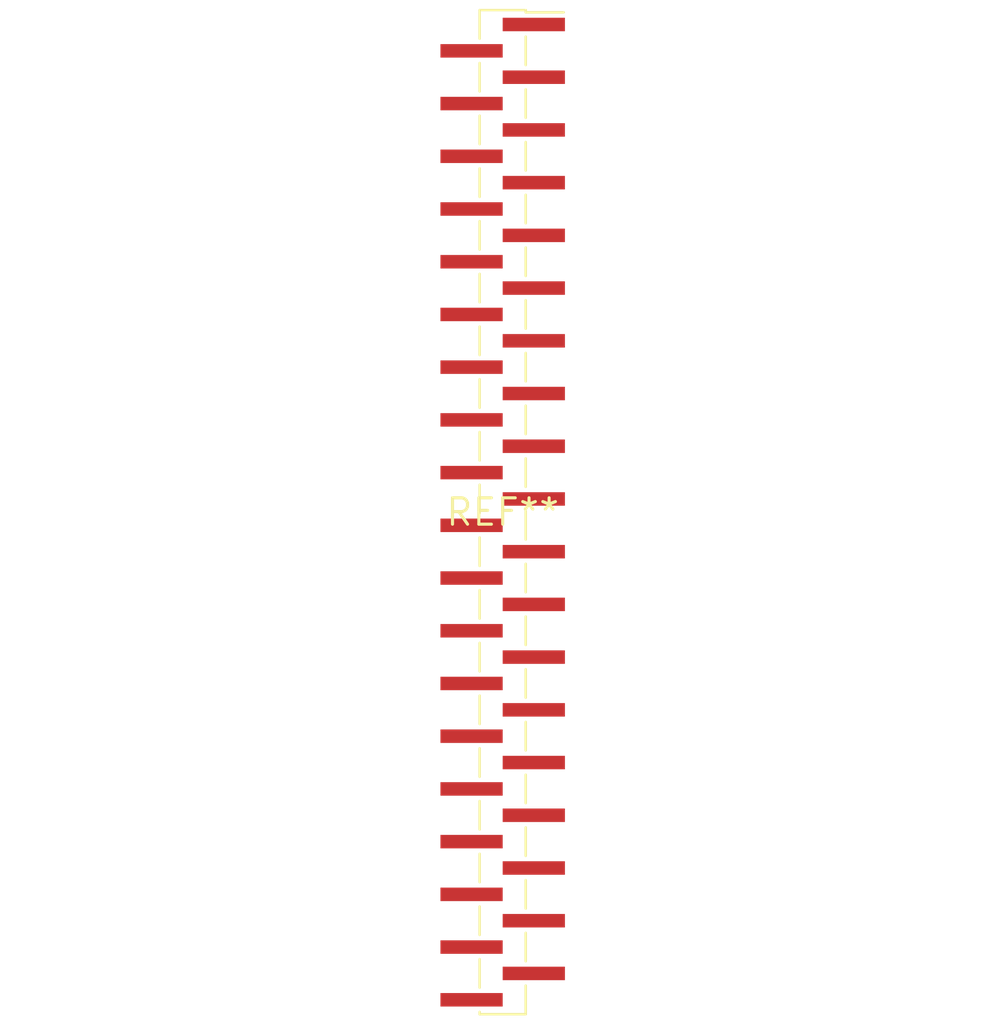
<source format=kicad_pcb>
(kicad_pcb (version 20240108) (generator pcbnew)
  (layers (0 "F.Cu" signal) (31 "B.Cu" signal) (34 "B.Paste" user) (35 "F.Paste" user) (36 "B.SilkS" user "B.Silkscreen") (37 "F.SilkS" user "F.Silkscreen") (38 "B.Mask" user) (39 "F.Mask" user) (44 "Edge.Cuts" user))
  (net 0 "")
  (footprint "PinHeader_1x38_P1.27mm_Vertical_SMD_Pin1Right" (layer "F.Cu") (at 0 0)
    (property "Reference" "REF**")
    (property "Value" "PinHeader_1x38_P1.27mm_Vertical_SMD_Pin1Right")
    (fp_line (start -1.11 -24.19) (end 1.11 -24.19) (layer "F.SilkS") (stroke (width 0.12)))
    (fp_line (start -1.11 -24.18) (end -1.11 -22.81) (layer "F.SilkS") (stroke (width 0.12)))
    (fp_line (start -1.11 -21.64) (end -1.11 -20.27) (layer "F.SilkS") (stroke (width 0.12)))
    (fp_line (start -1.11 -19.1) (end -1.11 -17.73) (layer "F.SilkS") (stroke (width 0.12)))
    (fp_line (start -1.11 -16.56) (end -1.11 -15.19) (layer "F.SilkS") (stroke (width 0.12)))
    (fp_line (start -1.11 -14.02) (end -1.11 -12.65) (layer "F.SilkS") (stroke (width 0.12)))
    (fp_line (start -1.11 -11.48) (end -1.11 -10.11) (layer "F.SilkS") (stroke (width 0.12)))
    (fp_line (start -1.11 -8.94) (end -1.11 -7.57) (layer "F.SilkS") (stroke (width 0.12)))
    (fp_line (start -1.11 -6.4) (end -1.11 -5.03) (layer "F.SilkS") (stroke (width 0.12)))
    (fp_line (start -1.11 -3.86) (end -1.11 -2.49) (layer "F.SilkS") (stroke (width 0.12)))
    (fp_line (start -1.11 -1.32) (end -1.11 0.05) (layer "F.SilkS") (stroke (width 0.12)))
    (fp_line (start -1.11 1.22) (end -1.11 2.59) (layer "F.SilkS") (stroke (width 0.12)))
    (fp_line (start -1.11 3.76) (end -1.11 5.13) (layer "F.SilkS") (stroke (width 0.12)))
    (fp_line (start -1.11 6.3) (end -1.11 7.67) (layer "F.SilkS") (stroke (width 0.12)))
    (fp_line (start -1.11 8.84) (end -1.11 10.21) (layer "F.SilkS") (stroke (width 0.12)))
    (fp_line (start -1.11 11.38) (end -1.11 12.75) (layer "F.SilkS") (stroke (width 0.12)))
    (fp_line (start -1.11 13.92) (end -1.11 15.29) (layer "F.SilkS") (stroke (width 0.12)))
    (fp_line (start -1.11 16.46) (end -1.11 17.83) (layer "F.SilkS") (stroke (width 0.12)))
    (fp_line (start -1.11 19) (end -1.11 20.37) (layer "F.SilkS") (stroke (width 0.12)))
    (fp_line (start -1.11 21.54) (end -1.11 22.91) (layer "F.SilkS") (stroke (width 0.12)))
    (fp_line (start -1.11 24.08) (end -1.11 24.19) (layer "F.SilkS") (stroke (width 0.12)))
    (fp_line (start -1.11 24.19) (end 1.11 24.19) (layer "F.SilkS") (stroke (width 0.12)))
    (fp_line (start 1.11 -24.19) (end 1.11 -24.08) (layer "F.SilkS") (stroke (width 0.12)))
    (fp_line (start 1.11 -24.08) (end 2.94 -24.08) (layer "F.SilkS") (stroke (width 0.12)))
    (fp_line (start 1.11 -22.91) (end 1.11 -21.54) (layer "F.SilkS") (stroke (width 0.12)))
    (fp_line (start 1.11 -20.37) (end 1.11 -19) (layer "F.SilkS") (stroke (width 0.12)))
    (fp_line (start 1.11 -17.83) (end 1.11 -16.46) (layer "F.SilkS") (stroke (width 0.12)))
    (fp_line (start 1.11 -15.29) (end 1.11 -13.92) (layer "F.SilkS") (stroke (width 0.12)))
    (fp_line (start 1.11 -12.75) (end 1.11 -11.38) (layer "F.SilkS") (stroke (width 0.12)))
    (fp_line (start 1.11 -10.21) (end 1.11 -8.84) (layer "F.SilkS") (stroke (width 0.12)))
    (fp_line (start 1.11 -7.67) (end 1.11 -6.3) (layer "F.SilkS") (stroke (width 0.12)))
    (fp_line (start 1.11 -5.13) (end 1.11 -3.76) (layer "F.SilkS") (stroke (width 0.12)))
    (fp_line (start 1.11 -2.59) (end 1.11 -1.22) (layer "F.SilkS") (stroke (width 0.12)))
    (fp_line (start 1.11 -0.05) (end 1.11 1.32) (layer "F.SilkS") (stroke (width 0.12)))
    (fp_line (start 1.11 2.49) (end 1.11 3.86) (layer "F.SilkS") (stroke (width 0.12)))
    (fp_line (start 1.11 5.03) (end 1.11 6.4) (layer "F.SilkS") (stroke (width 0.12)))
    (fp_line (start 1.11 7.57) (end 1.11 8.94) (layer "F.SilkS") (stroke (width 0.12)))
    (fp_line (start 1.11 10.11) (end 1.11 11.48) (layer "F.SilkS") (stroke (width 0.12)))
    (fp_line (start 1.11 12.65) (end 1.11 14.02) (layer "F.SilkS") (stroke (width 0.12)))
    (fp_line (start 1.11 15.19) (end 1.11 16.56) (layer "F.SilkS") (stroke (width 0.12)))
    (fp_line (start 1.11 17.73) (end 1.11 19.1) (layer "F.SilkS") (stroke (width 0.12)))
    (fp_line (start 1.11 20.27) (end 1.11 21.64) (layer "F.SilkS") (stroke (width 0.12)))
    (fp_line (start 1.11 22.81) (end 1.11 24.18) (layer "F.SilkS") (stroke (width 0.12)))
    (pad "1" smd rect (at 1.5 -23.495) (size 3 0.65) (layers "F.Cu" "F.Paste" "F.Mask"))
    (pad "2" smd rect (at -1.5 -22.225) (size 3 0.65) (layers "F.Cu" "F.Paste" "F.Mask"))
    (pad "3" smd rect (at 1.5 -20.955) (size 3 0.65) (layers "F.Cu" "F.Paste" "F.Mask"))
    (pad "4" smd rect (at -1.5 -19.685) (size 3 0.65) (layers "F.Cu" "F.Paste" "F.Mask"))
    (pad "5" smd rect (at 1.5 -18.415) (size 3 0.65) (layers "F.Cu" "F.Paste" "F.Mask"))
    (pad "6" smd rect (at -1.5 -17.145) (size 3 0.65) (layers "F.Cu" "F.Paste" "F.Mask"))
    (pad "7" smd rect (at 1.5 -15.875) (size 3 0.65) (layers "F.Cu" "F.Paste" "F.Mask"))
    (pad "8" smd rect (at -1.5 -14.605) (size 3 0.65) (layers "F.Cu" "F.Paste" "F.Mask"))
    (pad "9" smd rect (at 1.5 -13.335) (size 3 0.65) (layers "F.Cu" "F.Paste" "F.Mask"))
    (pad "10" smd rect (at -1.5 -12.065) (size 3 0.65) (layers "F.Cu" "F.Paste" "F.Mask"))
    (pad "11" smd rect (at 1.5 -10.795) (size 3 0.65) (layers "F.Cu" "F.Paste" "F.Mask"))
    (pad "12" smd rect (at -1.5 -9.525) (size 3 0.65) (layers "F.Cu" "F.Paste" "F.Mask"))
    (pad "13" smd rect (at 1.5 -8.255) (size 3 0.65) (layers "F.Cu" "F.Paste" "F.Mask"))
    (pad "14" smd rect (at -1.5 -6.985) (size 3 0.65) (layers "F.Cu" "F.Paste" "F.Mask"))
    (pad "15" smd rect (at 1.5 -5.715) (size 3 0.65) (layers "F.Cu" "F.Paste" "F.Mask"))
    (pad "16" smd rect (at -1.5 -4.445) (size 3 0.65) (layers "F.Cu" "F.Paste" "F.Mask"))
    (pad "17" smd rect (at 1.5 -3.175) (size 3 0.65) (layers "F.Cu" "F.Paste" "F.Mask"))
    (pad "18" smd rect (at -1.5 -1.905) (size 3 0.65) (layers "F.Cu" "F.Paste" "F.Mask"))
    (pad "19" smd rect (at 1.5 -0.635) (size 3 0.65) (layers "F.Cu" "F.Paste" "F.Mask"))
    (pad "20" smd rect (at -1.5 0.635) (size 3 0.65) (layers "F.Cu" "F.Paste" "F.Mask"))
    (pad "21" smd rect (at 1.5 1.905) (size 3 0.65) (layers "F.Cu" "F.Paste" "F.Mask"))
    (pad "22" smd rect (at -1.5 3.175) (size 3 0.65) (layers "F.Cu" "F.Paste" "F.Mask"))
    (pad "23" smd rect (at 1.5 4.445) (size 3 0.65) (layers "F.Cu" "F.Paste" "F.Mask"))
    (pad "24" smd rect (at -1.5 5.715) (size 3 0.65) (layers "F.Cu" "F.Paste" "F.Mask"))
    (pad "25" smd rect (at 1.5 6.985) (size 3 0.65) (layers "F.Cu" "F.Paste" "F.Mask"))
    (pad "26" smd rect (at -1.5 8.255) (size 3 0.65) (layers "F.Cu" "F.Paste" "F.Mask"))
    (pad "27" smd rect (at 1.5 9.525) (size 3 0.65) (layers "F.Cu" "F.Paste" "F.Mask"))
    (pad "28" smd rect (at -1.5 10.795) (size 3 0.65) (layers "F.Cu" "F.Paste" "F.Mask"))
    (pad "29" smd rect (at 1.5 12.065) (size 3 0.65) (layers "F.Cu" "F.Paste" "F.Mask"))
    (pad "30" smd rect (at -1.5 13.335) (size 3 0.65) (layers "F.Cu" "F.Paste" "F.Mask"))
    (pad "31" smd rect (at 1.5 14.605) (size 3 0.65) (layers "F.Cu" "F.Paste" "F.Mask"))
    (pad "32" smd rect (at -1.5 15.875) (size 3 0.65) (layers "F.Cu" "F.Paste" "F.Mask"))
    (pad "33" smd rect (at 1.5 17.145) (size 3 0.65) (layers "F.Cu" "F.Paste" "F.Mask"))
    (pad "34" smd rect (at -1.5 18.415) (size 3 0.65) (layers "F.Cu" "F.Paste" "F.Mask"))
    (pad "35" smd rect (at 1.5 19.685) (size 3 0.65) (layers "F.Cu" "F.Paste" "F.Mask"))
    (pad "36" smd rect (at -1.5 20.955) (size 3 0.65) (layers "F.Cu" "F.Paste" "F.Mask"))
    (pad "37" smd rect (at 1.5 22.225) (size 3 0.65) (layers "F.Cu" "F.Paste" "F.Mask"))
    (pad "38" smd rect (at -1.5 23.495) (size 3 0.65) (layers "F.Cu" "F.Paste" "F.Mask"))
  )
)
</source>
